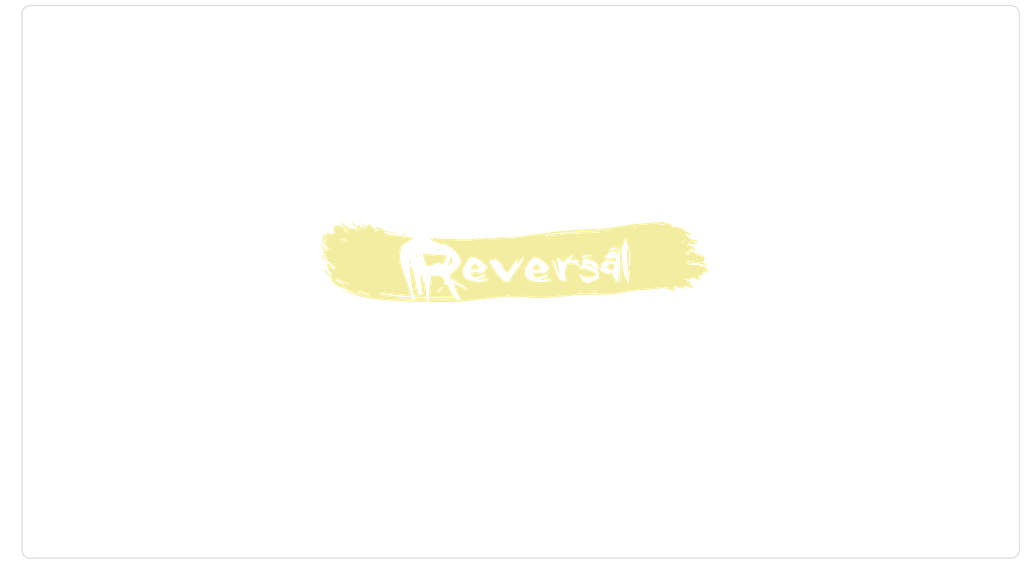
<source format=kicad_pcb>
(kicad_pcb (version 20240108) (generator "pcbnew") (generator_version "8.0")
  (layers (0 "F.Cu" signal) (31 "B.Cu" signal) (34 "B.Paste" user) (35 "F.Paste" user) (36 "B.SilkS" user "B.Silkscreen") (37 "F.SilkS" user "F.Silkscreen") (38 "B.Mask" user) (39 "F.Mask" user) (44 "Edge.Cuts" user))
  (net 0 "")
  (footprint "LOGO" (layer "F.Cu") (at 150.538445 88 -8)
    (property "Reference" "G***" (hide yes))
    (property "Value" "LOGO" (hide yes))
  )
  (footprint "MountingHole:MountingHole_3.7mm" (layer "F.Cu") (at 267.856286 155.809452)
    (property "Reference" "REF**" (hide yes))
    (property "Value" "MountingHole_3.7mm" (hide yes))
    (pad "" np_thru_hole circle (at 0 0) (size 3.7 3.7) (drill 3.7) (layers "F&B.Cu" "*.Mask"))
  )
  (footprint "MountingHole:MountingHole_3.7mm" (layer "F.Cu") (at 33.282923 27.919397)
    (property "Reference" "REF**" (hide yes))
    (property "Value" "MountingHole_3.7mm" (hide yes))
    (pad "" np_thru_hole circle (at 0 0) (size 3.7 3.7) (drill 3.7) (layers "F&B.Cu" "*.Mask"))
  )
  (footprint "MountingHole:MountingHole_3.7mm" (layer "F.Cu") (at 33.25 155.570536)
    (property "Reference" "REF**" (hide yes))
    (property "Value" "MountingHole_3.7mm")
    (pad "" np_thru_hole circle (at 0 0) (size 3.7 3.7) (drill 3.7) (layers "*.Cu" "*.Mask"))
  )
  (footprint "MountingHole:MountingHole_3.7mm" (layer "F.Cu") (at 267.840737 28.149207)
    (property "Reference" "REF**" (hide yes))
    (property "Value" "MountingHole_3.7mm" (hide yes))
    (pad "" np_thru_hole circle (at 0 0) (size 3.7 3.7) (drill 3.7) (layers "F&B.Cu" "*.Mask"))
  )
  (gr_line (start 268.700001 25.299998) (end 32.499999 25.299998) (stroke (width 0.2)) (layer "Edge.Cuts"))
  (gr_arc (start 30.5 27.299997) (mid 31.085786 25.885784) (end 32.499999 25.299998) (stroke (width 0.2)) (layer "Edge.Cuts"))
  (gr_circle (center 268 27.999998) (end 269.5 27.999998) (stroke (width 0.2)) (fill none) (layer "Edge.Cuts"))
  (gr_line (start 270.7 156.499999) (end 270.7 27.299997) (stroke (width 0.2)) (layer "Edge.Cuts"))
  (gr_arc (start 268.700001 25.299998) (mid 270.114214 25.885784) (end 270.7 27.299997) (stroke (width 0.2)) (layer "Edge.Cuts"))
  (gr_line (start 268.700001 158.499998) (end 32.499998 158.499998) (stroke (width 0.2)) (layer "Edge.Cuts"))
  (gr_circle (center 268 155.799998) (end 269.5 155.799998) (stroke (width 0.2)) (fill none) (layer "Edge.Cuts"))
  (gr_arc (start 32.499998 158.499998) (mid 31.085786 157.914212) (end 30.5 156.5) (stroke (width 0.2)) (layer "Edge.Cuts"))
  (gr_circle (center 33.2 155.799998) (end 34.7 155.799998) (stroke (width 0.2)) (fill none) (layer "Edge.Cuts"))
  (gr_circle (center 33.2 27.999998) (end 34.7 27.999998) (stroke (width 0.2)) (fill none) (layer "Edge.Cuts"))
  (gr_arc (start 270.7 156.499999) (mid 270.114214 157.914212) (end 268.700001 158.499998) (stroke (width 0.2)) (layer "Edge.Cuts"))
  (gr_line (start 30.5 156.5) (end 30.5 27.299997) (stroke (width 0.2)) (layer "Edge.Cuts"))
)
</source>
